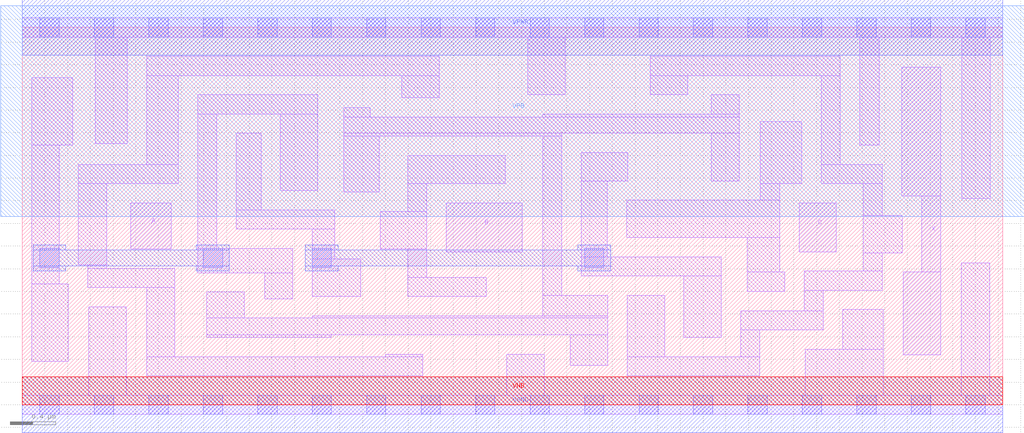
<source format=lef>
# Copyright 2020 The SkyWater PDK Authors
#
# Licensed under the Apache License, Version 2.0 (the "License");
# you may not use this file except in compliance with the License.
# You may obtain a copy of the License at
#
#     https://www.apache.org/licenses/LICENSE-2.0
#
# Unless required by applicable law or agreed to in writing, software
# distributed under the License is distributed on an "AS IS" BASIS,
# WITHOUT WARRANTIES OR CONDITIONS OF ANY KIND, either express or implied.
# See the License for the specific language governing permissions and
# limitations under the License.
#
# SPDX-License-Identifier: Apache-2.0

VERSION 5.7 ;
  NOWIREEXTENSIONATPIN ON ;
  DIVIDERCHAR "/" ;
  BUSBITCHARS "[]" ;
MACRO sky130_fd_sc_ls__xnor3_2
  CLASS CORE ;
  FOREIGN sky130_fd_sc_ls__xnor3_2 ;
  ORIGIN  0.000000  0.000000 ;
  SIZE  8.640000 BY  3.330000 ;
  SYMMETRY X Y ;
  SITE unit ;
  PIN A
    ANTENNAGATEAREA  0.246000 ;
    DIRECTION INPUT ;
    USE SIGNAL ;
    PORT
      LAYER li1 ;
        RECT 0.955000 1.375000 1.315000 1.780000 ;
    END
  END A
  PIN B
    ANTENNAGATEAREA  0.693000 ;
    DIRECTION INPUT ;
    USE SIGNAL ;
    PORT
      LAYER li1 ;
        RECT 3.735000 1.350000 4.405000 1.780000 ;
    END
  END B
  PIN C
    ANTENNAGATEAREA  0.381000 ;
    DIRECTION INPUT ;
    USE SIGNAL ;
    PORT
      LAYER li1 ;
        RECT 6.845000 1.350000 7.175000 1.780000 ;
    END
  END C
  PIN X
    ANTENNADIFFAREA  0.543200 ;
    DIRECTION OUTPUT ;
    USE SIGNAL ;
    PORT
      LAYER li1 ;
        RECT 7.750000 1.840000 8.095000 2.980000 ;
        RECT 7.765000 0.440000 8.095000 1.170000 ;
        RECT 7.925000 1.170000 8.095000 1.840000 ;
    END
  END X
  PIN VGND
    DIRECTION INOUT ;
    SHAPE ABUTMENT ;
    USE GROUND ;
    PORT
      LAYER met1 ;
        RECT 0.000000 -0.245000 8.640000 0.245000 ;
    END
  END VGND
  PIN VNB
    DIRECTION INOUT ;
    USE GROUND ;
    PORT
      LAYER pwell ;
        RECT 0.000000 0.000000 8.640000 0.245000 ;
    END
  END VNB
  PIN VPB
    DIRECTION INOUT ;
    USE POWER ;
    PORT
      LAYER nwell ;
        RECT -0.190000 1.660000 8.830000 3.520000 ;
    END
  END VPB
  PIN VPWR
    DIRECTION INOUT ;
    SHAPE ABUTMENT ;
    USE POWER ;
    PORT
      LAYER met1 ;
        RECT 0.000000 3.085000 8.640000 3.575000 ;
    END
  END VPWR
  OBS
    LAYER li1 ;
      RECT 0.000000 -0.085000 8.640000 0.085000 ;
      RECT 0.000000  3.245000 8.640000 3.415000 ;
      RECT 0.085000  0.385000 0.405000 1.065000 ;
      RECT 0.085000  1.065000 0.325000 2.290000 ;
      RECT 0.085000  2.290000 0.445000 2.885000 ;
      RECT 0.495000  1.235000 0.745000 1.950000 ;
      RECT 0.495000  1.950000 1.375000 2.120000 ;
      RECT 0.575000  1.035000 1.345000 1.205000 ;
      RECT 0.575000  1.205000 0.745000 1.235000 ;
      RECT 0.585000  0.085000 0.915000 0.865000 ;
      RECT 0.645000  2.305000 0.925000 3.245000 ;
      RECT 1.095000  0.255000 3.530000 0.425000 ;
      RECT 1.095000  0.425000 1.345000 1.035000 ;
      RECT 1.095000  2.120000 1.375000 2.905000 ;
      RECT 1.095000  2.905000 3.675000 3.075000 ;
      RECT 1.545000  1.165000 2.385000 1.380000 ;
      RECT 1.545000  1.380000 1.715000 2.565000 ;
      RECT 1.545000  2.565000 2.605000 2.735000 ;
      RECT 1.625000  0.595000 2.725000 0.615000 ;
      RECT 1.625000  0.615000 5.160000 0.765000 ;
      RECT 1.625000  0.765000 1.955000 0.995000 ;
      RECT 1.885000  1.550000 2.755000 1.720000 ;
      RECT 1.885000  1.720000 2.105000 2.395000 ;
      RECT 2.135000  0.935000 2.385000 1.165000 ;
      RECT 2.275000  1.890000 2.605000 2.565000 ;
      RECT 2.555000  0.765000 5.160000 0.785000 ;
      RECT 2.555000  0.955000 2.985000 1.285000 ;
      RECT 2.555000  1.285000 2.755000 1.550000 ;
      RECT 2.835000  1.875000 3.145000 2.370000 ;
      RECT 2.835000  2.370000 4.755000 2.395000 ;
      RECT 2.835000  2.395000 6.320000 2.540000 ;
      RECT 2.835000  2.540000 3.065000 2.620000 ;
      RECT 3.155000  1.375000 3.565000 1.705000 ;
      RECT 3.200000  0.425000 3.530000 0.445000 ;
      RECT 3.345000  2.710000 3.675000 2.905000 ;
      RECT 3.395000  0.955000 4.090000 1.125000 ;
      RECT 3.395000  1.125000 3.565000 1.375000 ;
      RECT 3.395000  1.705000 3.565000 1.950000 ;
      RECT 3.395000  1.950000 4.255000 2.200000 ;
      RECT 4.270000  0.085000 4.600000 0.445000 ;
      RECT 4.455000  2.735000 4.785000 3.245000 ;
      RECT 4.585000  0.785000 5.160000 0.965000 ;
      RECT 4.585000  0.965000 4.755000 2.370000 ;
      RECT 4.585000  2.540000 6.320000 2.565000 ;
      RECT 4.830000  0.350000 5.160000 0.615000 ;
      RECT 4.925000  1.135000 6.160000 1.305000 ;
      RECT 4.925000  1.305000 5.155000 1.975000 ;
      RECT 4.925000  1.975000 5.335000 2.225000 ;
      RECT 5.325000  1.475000 6.675000 1.805000 ;
      RECT 5.330000  0.255000 6.500000 0.425000 ;
      RECT 5.330000  0.425000 5.660000 0.965000 ;
      RECT 5.535000  2.735000 5.865000 2.905000 ;
      RECT 5.535000  2.905000 7.210000 3.075000 ;
      RECT 5.830000  0.595000 6.160000 1.135000 ;
      RECT 6.070000  1.975000 6.320000 2.395000 ;
      RECT 6.070000  2.565000 6.320000 2.735000 ;
      RECT 6.330000  0.425000 6.500000 0.660000 ;
      RECT 6.330000  0.660000 7.060000 0.830000 ;
      RECT 6.390000  1.000000 6.720000 1.170000 ;
      RECT 6.390000  1.170000 6.675000 1.475000 ;
      RECT 6.505000  1.805000 6.675000 1.950000 ;
      RECT 6.505000  1.950000 6.870000 2.500000 ;
      RECT 6.890000  0.830000 7.060000 1.010000 ;
      RECT 6.890000  1.010000 7.580000 1.180000 ;
      RECT 6.900000  0.085000 7.585000 0.490000 ;
      RECT 7.040000  1.950000 7.580000 2.120000 ;
      RECT 7.040000  2.120000 7.210000 2.905000 ;
      RECT 7.230000  0.490000 7.585000 0.840000 ;
      RECT 7.380000  2.290000 7.550000 3.245000 ;
      RECT 7.410000  1.180000 7.580000 1.340000 ;
      RECT 7.410000  1.340000 7.755000 1.670000 ;
      RECT 7.410000  1.670000 7.580000 1.950000 ;
      RECT 8.275000  0.085000 8.525000 1.250000 ;
      RECT 8.280000  1.820000 8.530000 3.245000 ;
    LAYER mcon ;
      RECT 0.155000 -0.085000 0.325000 0.085000 ;
      RECT 0.155000  1.210000 0.325000 1.380000 ;
      RECT 0.155000  3.245000 0.325000 3.415000 ;
      RECT 0.635000 -0.085000 0.805000 0.085000 ;
      RECT 0.635000  3.245000 0.805000 3.415000 ;
      RECT 1.115000 -0.085000 1.285000 0.085000 ;
      RECT 1.115000  3.245000 1.285000 3.415000 ;
      RECT 1.595000 -0.085000 1.765000 0.085000 ;
      RECT 1.595000  1.210000 1.765000 1.380000 ;
      RECT 1.595000  3.245000 1.765000 3.415000 ;
      RECT 2.075000 -0.085000 2.245000 0.085000 ;
      RECT 2.075000  3.245000 2.245000 3.415000 ;
      RECT 2.555000 -0.085000 2.725000 0.085000 ;
      RECT 2.555000  1.210000 2.725000 1.380000 ;
      RECT 2.555000  3.245000 2.725000 3.415000 ;
      RECT 3.035000 -0.085000 3.205000 0.085000 ;
      RECT 3.035000  3.245000 3.205000 3.415000 ;
      RECT 3.515000 -0.085000 3.685000 0.085000 ;
      RECT 3.515000  3.245000 3.685000 3.415000 ;
      RECT 3.995000 -0.085000 4.165000 0.085000 ;
      RECT 3.995000  3.245000 4.165000 3.415000 ;
      RECT 4.475000 -0.085000 4.645000 0.085000 ;
      RECT 4.475000  3.245000 4.645000 3.415000 ;
      RECT 4.955000 -0.085000 5.125000 0.085000 ;
      RECT 4.955000  1.210000 5.125000 1.380000 ;
      RECT 4.955000  3.245000 5.125000 3.415000 ;
      RECT 5.435000 -0.085000 5.605000 0.085000 ;
      RECT 5.435000  3.245000 5.605000 3.415000 ;
      RECT 5.915000 -0.085000 6.085000 0.085000 ;
      RECT 5.915000  3.245000 6.085000 3.415000 ;
      RECT 6.395000 -0.085000 6.565000 0.085000 ;
      RECT 6.395000  3.245000 6.565000 3.415000 ;
      RECT 6.875000 -0.085000 7.045000 0.085000 ;
      RECT 6.875000  3.245000 7.045000 3.415000 ;
      RECT 7.355000 -0.085000 7.525000 0.085000 ;
      RECT 7.355000  3.245000 7.525000 3.415000 ;
      RECT 7.835000 -0.085000 8.005000 0.085000 ;
      RECT 7.835000  3.245000 8.005000 3.415000 ;
      RECT 8.315000 -0.085000 8.485000 0.085000 ;
      RECT 8.315000  3.245000 8.485000 3.415000 ;
    LAYER met1 ;
      RECT 0.095000 1.180000 0.385000 1.225000 ;
      RECT 0.095000 1.225000 1.825000 1.365000 ;
      RECT 0.095000 1.365000 0.385000 1.410000 ;
      RECT 1.535000 1.180000 1.825000 1.225000 ;
      RECT 1.535000 1.365000 1.825000 1.410000 ;
      RECT 2.495000 1.180000 2.785000 1.225000 ;
      RECT 2.495000 1.225000 5.185000 1.365000 ;
      RECT 2.495000 1.365000 2.785000 1.410000 ;
      RECT 4.895000 1.180000 5.185000 1.225000 ;
      RECT 4.895000 1.365000 5.185000 1.410000 ;
  END
END sky130_fd_sc_ls__xnor3_2
END LIBRARY

</source>
